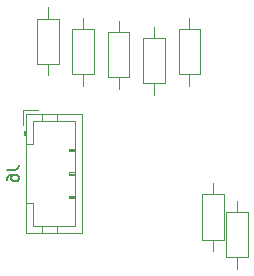
<source format=gbr>
G04 #@! TF.GenerationSoftware,KiCad,Pcbnew,5.1.2-f72e74a~84~ubuntu18.04.1*
G04 #@! TF.CreationDate,2019-08-23T19:05:58+08:00*
G04 #@! TF.ProjectId,handyfan,68616e64-7966-4616-9e2e-6b696361645f,rev?*
G04 #@! TF.SameCoordinates,Original*
G04 #@! TF.FileFunction,Legend,Bot*
G04 #@! TF.FilePolarity,Positive*
%FSLAX46Y46*%
G04 Gerber Fmt 4.6, Leading zero omitted, Abs format (unit mm)*
G04 Created by KiCad (PCBNEW 5.1.2-f72e74a~84~ubuntu18.04.1) date 2019-08-23 19:05:58*
%MOMM*%
%LPD*%
G04 APERTURE LIST*
%ADD10C,0.120000*%
%ADD11C,0.150000*%
G04 APERTURE END LIST*
D10*
X90190000Y-86940000D02*
X94910000Y-86940000D01*
X94910000Y-86940000D02*
X94910000Y-97060000D01*
X94910000Y-97060000D02*
X90190000Y-97060000D01*
X90190000Y-97060000D02*
X90190000Y-86940000D01*
X90190000Y-88700000D02*
X89990000Y-88700000D01*
X89990000Y-88700000D02*
X89990000Y-88400000D01*
X89990000Y-88400000D02*
X90190000Y-88400000D01*
X90090000Y-88700000D02*
X90090000Y-88400000D01*
X90190000Y-89500000D02*
X90800000Y-89500000D01*
X90800000Y-89500000D02*
X90800000Y-87550000D01*
X90800000Y-87550000D02*
X94300000Y-87550000D01*
X94300000Y-87550000D02*
X94300000Y-96450000D01*
X94300000Y-96450000D02*
X90800000Y-96450000D01*
X90800000Y-96450000D02*
X90800000Y-94500000D01*
X90800000Y-94500000D02*
X90190000Y-94500000D01*
X91500000Y-86940000D02*
X91500000Y-87550000D01*
X92800000Y-86940000D02*
X92800000Y-87550000D01*
X91500000Y-97060000D02*
X91500000Y-96450000D01*
X92800000Y-97060000D02*
X92800000Y-96450000D01*
X94300000Y-89900000D02*
X93800000Y-89900000D01*
X93800000Y-89900000D02*
X93800000Y-90100000D01*
X93800000Y-90100000D02*
X94300000Y-90100000D01*
X94300000Y-90000000D02*
X93800000Y-90000000D01*
X94300000Y-91900000D02*
X93800000Y-91900000D01*
X93800000Y-91900000D02*
X93800000Y-92100000D01*
X93800000Y-92100000D02*
X94300000Y-92100000D01*
X94300000Y-92000000D02*
X93800000Y-92000000D01*
X94300000Y-93900000D02*
X93800000Y-93900000D01*
X93800000Y-93900000D02*
X93800000Y-94100000D01*
X93800000Y-94100000D02*
X94300000Y-94100000D01*
X94300000Y-94000000D02*
X93800000Y-94000000D01*
X89890000Y-87890000D02*
X89890000Y-86640000D01*
X89890000Y-86640000D02*
X91140000Y-86640000D01*
X91080000Y-78890000D02*
X92920000Y-78890000D01*
X92920000Y-78890000D02*
X92920000Y-82730000D01*
X92920000Y-82730000D02*
X91080000Y-82730000D01*
X91080000Y-82730000D02*
X91080000Y-78890000D01*
X92000000Y-77940000D02*
X92000000Y-78890000D01*
X92000000Y-83680000D02*
X92000000Y-82730000D01*
X95000000Y-78820000D02*
X95000000Y-79770000D01*
X95000000Y-84560000D02*
X95000000Y-83610000D01*
X95920000Y-79770000D02*
X95920000Y-83610000D01*
X94080000Y-79770000D02*
X95920000Y-79770000D01*
X94080000Y-83610000D02*
X94080000Y-79770000D01*
X95920000Y-83610000D02*
X94080000Y-83610000D01*
X106000000Y-92820000D02*
X106000000Y-93770000D01*
X106000000Y-98560000D02*
X106000000Y-97610000D01*
X106920000Y-93770000D02*
X106920000Y-97610000D01*
X105080000Y-93770000D02*
X106920000Y-93770000D01*
X105080000Y-97610000D02*
X105080000Y-93770000D01*
X106920000Y-97610000D02*
X105080000Y-97610000D01*
X101920000Y-84360000D02*
X100080000Y-84360000D01*
X100080000Y-84360000D02*
X100080000Y-80520000D01*
X100080000Y-80520000D02*
X101920000Y-80520000D01*
X101920000Y-80520000D02*
X101920000Y-84360000D01*
X101000000Y-85310000D02*
X101000000Y-84360000D01*
X101000000Y-79570000D02*
X101000000Y-80520000D01*
X98920000Y-83860000D02*
X97080000Y-83860000D01*
X97080000Y-83860000D02*
X97080000Y-80020000D01*
X97080000Y-80020000D02*
X98920000Y-80020000D01*
X98920000Y-80020000D02*
X98920000Y-83860000D01*
X98000000Y-84810000D02*
X98000000Y-83860000D01*
X98000000Y-79070000D02*
X98000000Y-80020000D01*
X108000000Y-94320000D02*
X108000000Y-95270000D01*
X108000000Y-100060000D02*
X108000000Y-99110000D01*
X108920000Y-95270000D02*
X108920000Y-99110000D01*
X107080000Y-95270000D02*
X108920000Y-95270000D01*
X107080000Y-99110000D02*
X107080000Y-95270000D01*
X108920000Y-99110000D02*
X107080000Y-99110000D01*
X104920000Y-83610000D02*
X103080000Y-83610000D01*
X103080000Y-83610000D02*
X103080000Y-79770000D01*
X103080000Y-79770000D02*
X104920000Y-79770000D01*
X104920000Y-79770000D02*
X104920000Y-83610000D01*
X104000000Y-84560000D02*
X104000000Y-83610000D01*
X104000000Y-78820000D02*
X104000000Y-79770000D01*
D11*
X88552380Y-91666666D02*
X89266666Y-91666666D01*
X89409523Y-91619047D01*
X89504761Y-91523809D01*
X89552380Y-91380952D01*
X89552380Y-91285714D01*
X88552380Y-92571428D02*
X88552380Y-92380952D01*
X88600000Y-92285714D01*
X88647619Y-92238095D01*
X88790476Y-92142857D01*
X88980952Y-92095238D01*
X89361904Y-92095238D01*
X89457142Y-92142857D01*
X89504761Y-92190476D01*
X89552380Y-92285714D01*
X89552380Y-92476190D01*
X89504761Y-92571428D01*
X89457142Y-92619047D01*
X89361904Y-92666666D01*
X89123809Y-92666666D01*
X89028571Y-92619047D01*
X88980952Y-92571428D01*
X88933333Y-92476190D01*
X88933333Y-92285714D01*
X88980952Y-92190476D01*
X89028571Y-92142857D01*
X89123809Y-92095238D01*
M02*

</source>
